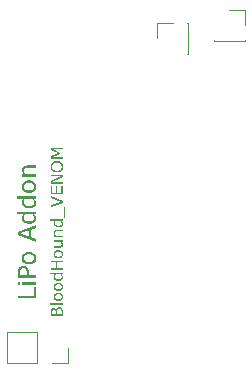
<source format=gto>
G04 #@! TF.GenerationSoftware,KiCad,Pcbnew,9.0.6*
G04 #@! TF.CreationDate,2025-12-20T18:09:35+05:30*
G04 #@! TF.ProjectId,BloodHound_VENOM_LiPo,426c6f6f-6448-46f7-956e-645f56454e4f,1*
G04 #@! TF.SameCoordinates,Original*
G04 #@! TF.FileFunction,Legend,Top*
G04 #@! TF.FilePolarity,Positive*
%FSLAX46Y46*%
G04 Gerber Fmt 4.6, Leading zero omitted, Abs format (unit mm)*
G04 Created by KiCad (PCBNEW 9.0.6) date 2025-12-20 18:09:35*
%MOMM*%
%LPD*%
G01*
G04 APERTURE LIST*
%ADD10C,0.150000*%
%ADD11C,0.120000*%
%ADD12R,1.700000X1.700000*%
%ADD13C,2.200000*%
%ADD14O,1.700000X1.700000*%
%ADD15C,0.900000*%
G04 APERTURE END LIST*
D10*
G36*
X134622500Y-91139636D02*
G01*
X134622500Y-92104823D01*
X133098424Y-92104823D01*
X133098424Y-91901948D01*
X134440783Y-91901948D01*
X134440783Y-91139636D01*
X134622500Y-91139636D01*
G37*
G36*
X133286003Y-90745245D02*
G01*
X133286003Y-90962499D01*
X133086700Y-90962499D01*
X133086700Y-90745245D01*
X133286003Y-90745245D01*
G37*
G36*
X134622500Y-90757610D02*
G01*
X134622500Y-90950226D01*
X133479443Y-90950226D01*
X133479443Y-90757610D01*
X134622500Y-90757610D01*
G37*
G36*
X133657280Y-89371967D02*
G01*
X133746523Y-89398307D01*
X133827522Y-89440924D01*
X133896366Y-89497133D01*
X133944382Y-89552792D01*
X133983672Y-89614745D01*
X134014518Y-89683704D01*
X134035300Y-89756480D01*
X134048945Y-89845953D01*
X134053902Y-89955180D01*
X134053902Y-90158055D01*
X134622500Y-90158055D01*
X134622500Y-90360929D01*
X133098424Y-90360929D01*
X133098424Y-89957195D01*
X133274279Y-89957195D01*
X133274279Y-90158055D01*
X133878047Y-90158055D01*
X133878047Y-89986962D01*
X133871957Y-89869825D01*
X133856249Y-89787111D01*
X133827255Y-89716154D01*
X133786731Y-89662089D01*
X133735602Y-89620208D01*
X133684241Y-89593945D01*
X133628344Y-89579165D01*
X133563524Y-89573978D01*
X133488704Y-89581246D01*
X133427511Y-89601639D01*
X133375245Y-89636234D01*
X133333172Y-89685628D01*
X133306408Y-89737604D01*
X133288018Y-89797918D01*
X133278085Y-89865076D01*
X133274279Y-89957195D01*
X133098424Y-89957195D01*
X133098424Y-89947029D01*
X133104722Y-89814992D01*
X133121505Y-89714387D01*
X133151463Y-89623455D01*
X133193587Y-89545310D01*
X133236117Y-89491084D01*
X133284394Y-89446439D01*
X133338851Y-89410580D01*
X133398656Y-89385148D01*
X133471084Y-89368819D01*
X133558761Y-89362952D01*
X133657280Y-89371967D01*
G37*
G36*
X134190503Y-88196040D02*
G01*
X134307710Y-88224280D01*
X134406833Y-88268901D01*
X134490792Y-88329439D01*
X134560619Y-88406383D01*
X134610382Y-88494439D01*
X134641074Y-88595809D01*
X134651809Y-88713663D01*
X134641032Y-88832657D01*
X134610273Y-88934622D01*
X134560501Y-89022824D01*
X134490792Y-89099537D01*
X134406868Y-89159822D01*
X134307757Y-89204276D01*
X134190538Y-89232419D01*
X134051521Y-89242419D01*
X133912519Y-89232427D01*
X133795195Y-89204295D01*
X133695889Y-89159841D01*
X133611700Y-89099537D01*
X133541728Y-89022790D01*
X133491791Y-88934575D01*
X133460941Y-88832622D01*
X133450134Y-88713663D01*
X133620127Y-88713663D01*
X133627301Y-88790385D01*
X133647662Y-88855079D01*
X133680491Y-88910120D01*
X133726464Y-88957112D01*
X133781008Y-88992189D01*
X133850911Y-89019256D01*
X133939683Y-89037115D01*
X134051521Y-89043666D01*
X134159161Y-89037208D01*
X134246246Y-89019442D01*
X134316350Y-88992221D01*
X134372456Y-88956563D01*
X134419955Y-88909157D01*
X134453685Y-88854027D01*
X134474504Y-88789638D01*
X134481816Y-88713663D01*
X134474603Y-88638760D01*
X134454019Y-88574940D01*
X134420597Y-88519981D01*
X134373463Y-88472413D01*
X134317826Y-88436613D01*
X134247813Y-88409219D01*
X134160296Y-88391292D01*
X134051521Y-88384760D01*
X133939725Y-88391347D01*
X133850966Y-88409309D01*
X133781046Y-88436544D01*
X133726464Y-88471863D01*
X133680370Y-88519082D01*
X133647549Y-88573979D01*
X133627256Y-88638082D01*
X133620127Y-88713663D01*
X133450134Y-88713663D01*
X133460898Y-88595843D01*
X133491681Y-88494486D01*
X133541610Y-88406418D01*
X133611700Y-88329439D01*
X133695923Y-88268882D01*
X133795243Y-88224261D01*
X133912554Y-88196032D01*
X134051521Y-88186007D01*
X134190503Y-88196040D01*
G37*
G36*
X134622500Y-86148747D02*
G01*
X134200448Y-86298315D01*
X134200448Y-86958229D01*
X134622500Y-87107797D01*
X134622500Y-87313786D01*
X133098424Y-86758377D01*
X133098424Y-86628318D01*
X133275470Y-86628318D01*
X134024593Y-86896771D01*
X134024593Y-86360872D01*
X133275470Y-86628318D01*
X133098424Y-86628318D01*
X133098424Y-86487909D01*
X134622500Y-85932501D01*
X134622500Y-86148747D01*
G37*
G36*
X134622500Y-84980503D02*
G01*
X134500958Y-84980503D01*
X134565119Y-85066405D01*
X134612058Y-85153702D01*
X134641703Y-85246853D01*
X134651809Y-85349340D01*
X134641597Y-85448427D01*
X134612212Y-85533958D01*
X134563930Y-85608807D01*
X134494913Y-85674763D01*
X134414381Y-85724707D01*
X134317244Y-85762286D01*
X134200292Y-85786446D01*
X134059672Y-85795114D01*
X133963789Y-85790203D01*
X133878238Y-85776122D01*
X133801752Y-85753623D01*
X133695564Y-85703965D01*
X133609136Y-85641424D01*
X133540624Y-85565691D01*
X133490892Y-85479033D01*
X133460275Y-85384375D01*
X133450134Y-85286875D01*
X133452009Y-85254086D01*
X133625989Y-85254086D01*
X133633513Y-85333103D01*
X133654915Y-85399971D01*
X133689533Y-85457114D01*
X133738188Y-85506144D01*
X133795884Y-85543437D01*
X133866317Y-85571569D01*
X133952053Y-85589728D01*
X134056192Y-85596270D01*
X134190413Y-85587133D01*
X134290712Y-85562806D01*
X134364579Y-85526661D01*
X134409809Y-85487621D01*
X134442295Y-85438911D01*
X134462749Y-85378515D01*
X134470092Y-85303270D01*
X134461289Y-85221909D01*
X134433913Y-85137307D01*
X134392550Y-85056164D01*
X134340582Y-84980503D01*
X133687172Y-84980503D01*
X133656886Y-85057072D01*
X133639269Y-85119905D01*
X133629433Y-85182936D01*
X133625989Y-85254086D01*
X133452009Y-85254086D01*
X133455126Y-85199562D01*
X133469002Y-85127049D01*
X133492406Y-85057277D01*
X133527620Y-84980503D01*
X133028082Y-84980503D01*
X133028082Y-84787795D01*
X134622500Y-84787795D01*
X134622500Y-84980503D01*
G37*
G36*
X134622500Y-83673315D02*
G01*
X134500958Y-83673315D01*
X134565119Y-83759217D01*
X134612058Y-83846514D01*
X134641703Y-83939666D01*
X134651809Y-84042153D01*
X134641597Y-84141239D01*
X134612212Y-84226770D01*
X134563930Y-84301619D01*
X134494913Y-84367576D01*
X134414381Y-84417520D01*
X134317244Y-84455098D01*
X134200292Y-84479258D01*
X134059672Y-84487926D01*
X133963789Y-84483016D01*
X133878238Y-84468934D01*
X133801752Y-84446436D01*
X133695564Y-84396778D01*
X133609136Y-84334237D01*
X133540624Y-84258503D01*
X133490892Y-84171846D01*
X133460275Y-84077187D01*
X133450134Y-83979687D01*
X133452009Y-83946898D01*
X133625989Y-83946898D01*
X133633513Y-84025915D01*
X133654915Y-84092783D01*
X133689533Y-84149926D01*
X133738188Y-84198957D01*
X133795884Y-84236249D01*
X133866317Y-84264382D01*
X133952053Y-84282540D01*
X134056192Y-84289082D01*
X134190413Y-84279945D01*
X134290712Y-84255619D01*
X134364579Y-84219473D01*
X134409809Y-84180434D01*
X134442295Y-84131724D01*
X134462749Y-84071327D01*
X134470092Y-83996082D01*
X134461289Y-83914721D01*
X134433913Y-83830119D01*
X134392550Y-83748976D01*
X134340582Y-83673315D01*
X133687172Y-83673315D01*
X133656886Y-83749884D01*
X133639269Y-83812717D01*
X133629433Y-83875748D01*
X133625989Y-83946898D01*
X133452009Y-83946898D01*
X133455126Y-83892375D01*
X133469002Y-83819861D01*
X133492406Y-83750089D01*
X133527620Y-83673315D01*
X133028082Y-83673315D01*
X133028082Y-83480608D01*
X134622500Y-83480608D01*
X134622500Y-83673315D01*
G37*
G36*
X134190503Y-82136375D02*
G01*
X134307710Y-82164615D01*
X134406833Y-82209236D01*
X134490792Y-82269774D01*
X134560619Y-82346718D01*
X134610382Y-82434774D01*
X134641074Y-82536144D01*
X134651809Y-82653998D01*
X134641032Y-82772992D01*
X134610273Y-82874957D01*
X134560501Y-82963159D01*
X134490792Y-83039872D01*
X134406868Y-83100157D01*
X134307757Y-83144611D01*
X134190538Y-83172754D01*
X134051521Y-83182754D01*
X133912519Y-83172762D01*
X133795195Y-83144630D01*
X133695889Y-83100176D01*
X133611700Y-83039872D01*
X133541728Y-82963125D01*
X133491791Y-82874910D01*
X133460941Y-82772957D01*
X133450134Y-82653998D01*
X133620127Y-82653998D01*
X133627301Y-82730720D01*
X133647662Y-82795414D01*
X133680491Y-82850455D01*
X133726464Y-82897447D01*
X133781008Y-82932524D01*
X133850911Y-82959591D01*
X133939683Y-82977450D01*
X134051521Y-82984001D01*
X134159161Y-82977543D01*
X134246246Y-82959777D01*
X134316350Y-82932556D01*
X134372456Y-82896898D01*
X134419955Y-82849492D01*
X134453685Y-82794362D01*
X134474504Y-82729973D01*
X134481816Y-82653998D01*
X134474603Y-82579095D01*
X134454019Y-82515275D01*
X134420597Y-82460316D01*
X134373463Y-82412747D01*
X134317826Y-82376948D01*
X134247813Y-82349554D01*
X134160296Y-82331627D01*
X134051521Y-82325095D01*
X133939725Y-82331682D01*
X133850966Y-82349644D01*
X133781046Y-82376879D01*
X133726464Y-82412198D01*
X133680370Y-82459417D01*
X133647549Y-82514314D01*
X133627256Y-82578417D01*
X133620127Y-82653998D01*
X133450134Y-82653998D01*
X133460898Y-82536178D01*
X133491681Y-82434821D01*
X133541610Y-82346753D01*
X133611700Y-82269774D01*
X133695923Y-82209217D01*
X133795243Y-82164596D01*
X133912554Y-82136367D01*
X134051521Y-82126342D01*
X134190503Y-82136375D01*
G37*
G36*
X134622500Y-80871270D02*
G01*
X134622500Y-81063886D01*
X133972295Y-81063886D01*
X133824558Y-81073137D01*
X133760187Y-81087097D01*
X133716664Y-81106934D01*
X133679474Y-81137978D01*
X133652825Y-81180756D01*
X133637634Y-81232910D01*
X133631851Y-81305686D01*
X133641128Y-81384570D01*
X133670685Y-81470733D01*
X133714601Y-81554521D01*
X133769878Y-81635689D01*
X134622500Y-81635689D01*
X134622500Y-81828305D01*
X133479443Y-81828305D01*
X133479443Y-81635689D01*
X133608403Y-81635689D01*
X133541243Y-81542709D01*
X133491991Y-81449209D01*
X133460508Y-81351170D01*
X133450134Y-81251464D01*
X133457899Y-81159659D01*
X133479669Y-81083808D01*
X133514160Y-81020866D01*
X133561509Y-80968631D01*
X133619251Y-80928233D01*
X133690026Y-80897883D01*
X133776525Y-80878322D01*
X133882077Y-80871270D01*
X134622500Y-80871270D01*
G37*
G36*
X136653298Y-92856063D02*
G01*
X136697453Y-92865756D01*
X136736946Y-92881392D01*
X136789915Y-92915284D01*
X136832079Y-92958573D01*
X136870589Y-93018952D01*
X136896010Y-93084602D01*
X136909740Y-93157987D01*
X136915000Y-93259114D01*
X136915000Y-93619800D01*
X135898949Y-93619800D01*
X135898949Y-93323350D01*
X136016186Y-93323350D01*
X136016186Y-93484550D01*
X136309277Y-93484550D01*
X136309277Y-93309672D01*
X136308134Y-93272120D01*
X136426514Y-93272120D01*
X136426514Y-93484550D01*
X136797763Y-93484550D01*
X136797763Y-93305581D01*
X136795244Y-93220793D01*
X136788726Y-93160135D01*
X136775321Y-93106882D01*
X136755570Y-93067200D01*
X136726839Y-93033390D01*
X136695914Y-93011208D01*
X136659400Y-92998274D01*
X136609452Y-92993439D01*
X136552759Y-92998562D01*
X136513647Y-93011879D01*
X136482003Y-93036509D01*
X136453319Y-93078802D01*
X136439867Y-93113845D01*
X136431582Y-93158425D01*
X136426514Y-93272120D01*
X136308134Y-93272120D01*
X136307442Y-93249407D01*
X136302805Y-93208617D01*
X136292833Y-93172368D01*
X136275877Y-93138885D01*
X136252165Y-93111229D01*
X136223060Y-93093456D01*
X136188861Y-93083677D01*
X136146367Y-93080145D01*
X136111372Y-93083447D01*
X136084330Y-93092479D01*
X136061802Y-93108224D01*
X136043480Y-93132047D01*
X136028867Y-93166516D01*
X136020643Y-93209960D01*
X136016186Y-93323350D01*
X135898949Y-93323350D01*
X135898949Y-93318587D01*
X135901374Y-93214265D01*
X135907192Y-93151891D01*
X135919798Y-93097867D01*
X135941386Y-93046012D01*
X135963669Y-93011063D01*
X135988839Y-92984356D01*
X136017041Y-92964740D01*
X136066404Y-92946104D01*
X136127622Y-92939461D01*
X136174826Y-92943788D01*
X136215630Y-92956187D01*
X136251270Y-92976342D01*
X136296923Y-93018807D01*
X136333824Y-93074711D01*
X136339258Y-93074711D01*
X136359336Y-93009134D01*
X136389375Y-92955626D01*
X136429323Y-92912167D01*
X136478279Y-92879658D01*
X136535642Y-92859697D01*
X136603651Y-92852694D01*
X136653298Y-92856063D01*
G37*
G36*
X136915000Y-92540918D02*
G01*
X136915000Y-92669329D01*
X135852055Y-92669329D01*
X135852055Y-92540918D01*
X136915000Y-92540918D01*
G37*
G36*
X136627002Y-91643114D02*
G01*
X136705140Y-91661941D01*
X136771222Y-91691688D01*
X136827194Y-91732047D01*
X136873746Y-91783343D01*
X136906921Y-91842047D01*
X136927383Y-91909627D01*
X136934539Y-91988196D01*
X136927354Y-92067525D01*
X136906848Y-92135502D01*
X136873667Y-92194304D01*
X136827194Y-92245445D01*
X136771245Y-92285636D01*
X136705171Y-92315271D01*
X136627025Y-92334033D01*
X136534347Y-92340700D01*
X136441679Y-92334039D01*
X136363463Y-92315284D01*
X136297259Y-92285648D01*
X136241133Y-92245445D01*
X136194485Y-92194280D01*
X136161194Y-92135471D01*
X136140627Y-92067502D01*
X136133422Y-91988196D01*
X136246751Y-91988196D01*
X136251534Y-92039344D01*
X136265108Y-92082473D01*
X136286994Y-92119167D01*
X136317643Y-92150496D01*
X136354005Y-92173880D01*
X136400607Y-92191925D01*
X136459789Y-92203831D01*
X136534347Y-92208198D01*
X136606107Y-92203893D01*
X136664164Y-92192049D01*
X136710900Y-92173901D01*
X136748304Y-92150129D01*
X136779970Y-92118526D01*
X136802456Y-92081772D01*
X136816336Y-92038846D01*
X136821210Y-91988196D01*
X136816402Y-91938261D01*
X136802679Y-91895714D01*
X136780398Y-91859075D01*
X136748975Y-91827362D01*
X136711884Y-91803496D01*
X136665209Y-91785234D01*
X136606864Y-91773282D01*
X136534347Y-91768927D01*
X136459817Y-91773319D01*
X136400644Y-91785293D01*
X136354031Y-91803450D01*
X136317643Y-91826996D01*
X136286913Y-91858475D01*
X136265032Y-91895074D01*
X136251504Y-91937809D01*
X136246751Y-91988196D01*
X136133422Y-91988196D01*
X136140599Y-91909650D01*
X136161121Y-91842078D01*
X136194407Y-91783366D01*
X136241133Y-91732047D01*
X136297282Y-91691676D01*
X136363495Y-91661928D01*
X136441702Y-91643109D01*
X136534347Y-91636426D01*
X136627002Y-91643114D01*
G37*
G36*
X136627002Y-90794126D02*
G01*
X136705140Y-90812953D01*
X136771222Y-90842700D01*
X136827194Y-90883059D01*
X136873746Y-90934355D01*
X136906921Y-90993059D01*
X136927383Y-91060639D01*
X136934539Y-91139208D01*
X136927354Y-91218537D01*
X136906848Y-91286514D01*
X136873667Y-91345315D01*
X136827194Y-91396457D01*
X136771245Y-91436647D01*
X136705171Y-91466283D01*
X136627025Y-91485045D01*
X136534347Y-91491712D01*
X136441679Y-91485051D01*
X136363463Y-91466296D01*
X136297259Y-91436660D01*
X136241133Y-91396457D01*
X136194485Y-91345292D01*
X136161194Y-91286483D01*
X136140627Y-91218514D01*
X136133422Y-91139208D01*
X136246751Y-91139208D01*
X136251534Y-91190356D01*
X136265108Y-91233485D01*
X136286994Y-91270179D01*
X136317643Y-91301508D01*
X136354005Y-91324892D01*
X136400607Y-91342937D01*
X136459789Y-91354843D01*
X136534347Y-91359210D01*
X136606107Y-91354905D01*
X136664164Y-91343061D01*
X136710900Y-91324913D01*
X136748304Y-91301141D01*
X136779970Y-91269537D01*
X136802456Y-91232784D01*
X136816336Y-91189858D01*
X136821210Y-91139208D01*
X136816402Y-91089273D01*
X136802679Y-91046726D01*
X136780398Y-91010086D01*
X136748975Y-90978374D01*
X136711884Y-90954508D01*
X136665209Y-90936246D01*
X136606864Y-90924294D01*
X136534347Y-90919939D01*
X136459817Y-90924331D01*
X136400644Y-90936305D01*
X136354031Y-90954462D01*
X136317643Y-90978008D01*
X136286913Y-91009487D01*
X136265032Y-91046086D01*
X136251504Y-91088821D01*
X136246751Y-91139208D01*
X136133422Y-91139208D01*
X136140599Y-91060662D01*
X136161121Y-90993090D01*
X136194407Y-90934378D01*
X136241133Y-90883059D01*
X136297282Y-90842687D01*
X136363495Y-90812940D01*
X136441702Y-90794120D01*
X136534347Y-90787437D01*
X136627002Y-90794126D01*
G37*
G36*
X136915000Y-90098306D02*
G01*
X136833972Y-90098306D01*
X136876746Y-90155574D01*
X136908039Y-90213772D01*
X136927802Y-90275873D01*
X136934539Y-90344198D01*
X136927731Y-90410256D01*
X136908141Y-90467276D01*
X136875953Y-90517175D01*
X136829942Y-90561146D01*
X136776254Y-90594442D01*
X136711496Y-90619495D01*
X136633528Y-90635601D01*
X136539781Y-90641380D01*
X136475859Y-90638106D01*
X136418825Y-90628719D01*
X136367834Y-90613720D01*
X136297043Y-90580614D01*
X136239424Y-90538920D01*
X136193749Y-90488431D01*
X136160594Y-90430660D01*
X136140183Y-90367554D01*
X136133422Y-90302554D01*
X136134672Y-90280695D01*
X136250659Y-90280695D01*
X136255675Y-90333373D01*
X136269943Y-90377951D01*
X136293022Y-90416047D01*
X136325458Y-90448734D01*
X136363922Y-90473595D01*
X136410878Y-90492351D01*
X136468035Y-90504456D01*
X136537461Y-90508817D01*
X136626942Y-90502726D01*
X136693808Y-90486508D01*
X136743053Y-90462411D01*
X136773206Y-90436385D01*
X136794863Y-90403912D01*
X136808499Y-90363648D01*
X136813394Y-90313484D01*
X136807526Y-90259243D01*
X136789275Y-90202842D01*
X136761700Y-90148747D01*
X136727055Y-90098306D01*
X136291448Y-90098306D01*
X136271257Y-90149352D01*
X136259513Y-90191241D01*
X136252955Y-90233262D01*
X136250659Y-90280695D01*
X136134672Y-90280695D01*
X136136750Y-90244346D01*
X136146001Y-90196003D01*
X136161604Y-90149489D01*
X136185080Y-90098306D01*
X135852055Y-90098306D01*
X135852055Y-89969835D01*
X136915000Y-89969835D01*
X136915000Y-90098306D01*
G37*
G36*
X136915000Y-88928994D02*
G01*
X136915000Y-89064243D01*
X136418698Y-89064243D01*
X136418698Y-89571780D01*
X136915000Y-89571780D01*
X136915000Y-89707029D01*
X135898949Y-89707029D01*
X135898949Y-89571780D01*
X136297554Y-89571780D01*
X136297554Y-89064243D01*
X135898949Y-89064243D01*
X135898949Y-88928994D01*
X136915000Y-88928994D01*
G37*
G36*
X136627002Y-88022458D02*
G01*
X136705140Y-88041285D01*
X136771222Y-88071032D01*
X136827194Y-88111391D01*
X136873746Y-88162687D01*
X136906921Y-88221391D01*
X136927383Y-88288971D01*
X136934539Y-88367540D01*
X136927354Y-88446869D01*
X136906848Y-88514846D01*
X136873667Y-88573648D01*
X136827194Y-88624789D01*
X136771245Y-88664980D01*
X136705171Y-88694615D01*
X136627025Y-88713377D01*
X136534347Y-88720044D01*
X136441679Y-88713383D01*
X136363463Y-88694628D01*
X136297259Y-88664992D01*
X136241133Y-88624789D01*
X136194485Y-88573625D01*
X136161194Y-88514815D01*
X136140627Y-88446846D01*
X136133422Y-88367540D01*
X136246751Y-88367540D01*
X136251534Y-88418688D01*
X136265108Y-88461817D01*
X136286994Y-88498511D01*
X136317643Y-88529840D01*
X136354005Y-88553224D01*
X136400607Y-88571269D01*
X136459789Y-88583175D01*
X136534347Y-88587542D01*
X136606107Y-88583237D01*
X136664164Y-88571393D01*
X136710900Y-88553245D01*
X136748304Y-88529473D01*
X136779970Y-88497870D01*
X136802456Y-88461116D01*
X136816336Y-88418190D01*
X136821210Y-88367540D01*
X136816402Y-88317605D01*
X136802679Y-88275058D01*
X136780398Y-88238419D01*
X136748975Y-88206706D01*
X136711884Y-88182840D01*
X136665209Y-88164578D01*
X136606864Y-88152626D01*
X136534347Y-88148271D01*
X136459817Y-88152663D01*
X136400644Y-88164637D01*
X136354031Y-88182794D01*
X136317643Y-88206340D01*
X136286913Y-88237819D01*
X136265032Y-88274418D01*
X136251504Y-88317153D01*
X136246751Y-88367540D01*
X136133422Y-88367540D01*
X136140599Y-88288994D01*
X136161121Y-88221422D01*
X136194407Y-88162710D01*
X136241133Y-88111391D01*
X136297282Y-88071020D01*
X136363495Y-88041272D01*
X136441702Y-88022453D01*
X136534347Y-88015770D01*
X136627002Y-88022458D01*
G37*
G36*
X136915000Y-87184550D02*
G01*
X136915000Y-87312961D01*
X136829026Y-87312961D01*
X136875313Y-87378398D01*
X136907306Y-87437280D01*
X136927574Y-87499025D01*
X136934539Y-87568439D01*
X136929512Y-87627816D01*
X136915315Y-87677713D01*
X136892659Y-87719897D01*
X136861388Y-87755651D01*
X136823244Y-87783384D01*
X136776083Y-87804235D01*
X136717990Y-87817704D01*
X136646577Y-87822574D01*
X136152962Y-87822574D01*
X136152962Y-87694163D01*
X136586432Y-87694163D01*
X136685594Y-87688728D01*
X136724690Y-87679880D01*
X136756120Y-87665464D01*
X136782287Y-87644037D01*
X136799778Y-87617654D01*
X136809475Y-87584696D01*
X136813394Y-87532230D01*
X136807344Y-87481888D01*
X136787505Y-87423298D01*
X136758065Y-87366223D01*
X136721376Y-87312961D01*
X136152962Y-87312961D01*
X136152962Y-87184550D01*
X136915000Y-87184550D01*
G37*
G36*
X136915000Y-86293919D02*
G01*
X136915000Y-86422329D01*
X136481530Y-86422329D01*
X136383039Y-86428496D01*
X136340124Y-86437803D01*
X136311109Y-86451028D01*
X136286316Y-86471724D01*
X136268550Y-86500243D01*
X136258423Y-86535012D01*
X136254567Y-86583530D01*
X136260752Y-86636119D01*
X136280457Y-86693561D01*
X136309734Y-86749419D01*
X136346585Y-86803531D01*
X136915000Y-86803531D01*
X136915000Y-86931942D01*
X136152962Y-86931942D01*
X136152962Y-86803531D01*
X136238935Y-86803531D01*
X136194162Y-86741545D01*
X136161327Y-86679212D01*
X136140339Y-86613852D01*
X136133422Y-86547382D01*
X136138599Y-86486178D01*
X136153112Y-86435611D01*
X136176106Y-86393650D01*
X136207672Y-86358826D01*
X136246167Y-86331894D01*
X136293350Y-86311661D01*
X136351017Y-86298620D01*
X136421385Y-86293919D01*
X136915000Y-86293919D01*
G37*
G36*
X136915000Y-85556366D02*
G01*
X136833972Y-85556366D01*
X136876746Y-85613634D01*
X136908039Y-85671832D01*
X136927802Y-85733933D01*
X136934539Y-85802258D01*
X136927731Y-85868316D01*
X136908141Y-85925336D01*
X136875953Y-85975235D01*
X136829942Y-86019206D01*
X136776254Y-86052502D01*
X136711496Y-86077555D01*
X136633528Y-86093661D01*
X136539781Y-86099440D01*
X136475859Y-86096166D01*
X136418825Y-86086779D01*
X136367834Y-86071780D01*
X136297043Y-86038674D01*
X136239424Y-85996980D01*
X136193749Y-85946491D01*
X136160594Y-85888720D01*
X136140183Y-85825614D01*
X136133422Y-85760614D01*
X136134672Y-85738755D01*
X136250659Y-85738755D01*
X136255675Y-85791433D01*
X136269943Y-85836011D01*
X136293022Y-85874107D01*
X136325458Y-85906794D01*
X136363922Y-85931655D01*
X136410878Y-85950411D01*
X136468035Y-85962516D01*
X136537461Y-85966877D01*
X136626942Y-85960786D01*
X136693808Y-85944568D01*
X136743053Y-85920471D01*
X136773206Y-85894445D01*
X136794863Y-85861972D01*
X136808499Y-85821708D01*
X136813394Y-85771544D01*
X136807526Y-85717303D01*
X136789275Y-85660902D01*
X136761700Y-85606807D01*
X136727055Y-85556366D01*
X136291448Y-85556366D01*
X136271257Y-85607412D01*
X136259513Y-85649301D01*
X136252955Y-85691322D01*
X136250659Y-85738755D01*
X136134672Y-85738755D01*
X136136750Y-85702406D01*
X136146001Y-85654063D01*
X136161604Y-85607549D01*
X136185080Y-85556366D01*
X135852055Y-85556366D01*
X135852055Y-85427895D01*
X136915000Y-85427895D01*
X136915000Y-85556366D01*
G37*
G36*
X137118210Y-84409585D02*
G01*
X137118210Y-85304491D01*
X137036144Y-85304491D01*
X137036144Y-84409585D01*
X137118210Y-84409585D01*
G37*
G36*
X135898949Y-83473097D02*
G01*
X136915000Y-83843369D01*
X136915000Y-84023681D01*
X135898949Y-84393954D01*
X135898949Y-84249117D01*
X136792878Y-83930136D01*
X135898949Y-83611094D01*
X135898949Y-83473097D01*
G37*
G36*
X136915000Y-82648533D02*
G01*
X136915000Y-83318613D01*
X135898949Y-83318613D01*
X135898949Y-82648533D01*
X136020094Y-82648533D01*
X136020094Y-83183364D01*
X136297554Y-83183364D01*
X136297554Y-82648533D01*
X136418698Y-82648533D01*
X136418698Y-83183364D01*
X136793855Y-83183364D01*
X136793855Y-82648533D01*
X136915000Y-82648533D01*
G37*
G36*
X136915000Y-81657457D02*
G01*
X136915000Y-81824824D01*
X136006111Y-82307143D01*
X136915000Y-82307143D01*
X136915000Y-82433477D01*
X135898949Y-82433477D01*
X135898949Y-82223795D01*
X136728703Y-81783852D01*
X135898949Y-81783852D01*
X135898949Y-81657457D01*
X136915000Y-81657457D01*
G37*
G36*
X136490303Y-80504475D02*
G01*
X136564688Y-80515954D01*
X136631495Y-80534306D01*
X136695401Y-80560627D01*
X136750011Y-80592205D01*
X136796420Y-80628889D01*
X136838582Y-80673459D01*
X136872930Y-80722809D01*
X136899856Y-80777450D01*
X136918696Y-80835578D01*
X136930447Y-80900491D01*
X136934539Y-80973210D01*
X136930437Y-81044002D01*
X136918524Y-81108747D01*
X136899185Y-81168238D01*
X136871787Y-81224227D01*
X136837612Y-81273758D01*
X136796420Y-81317471D01*
X136749106Y-81354651D01*
X136694323Y-81386229D01*
X136631128Y-81412115D01*
X136565036Y-81430023D01*
X136490802Y-81441276D01*
X136407341Y-81445210D01*
X136325245Y-81441337D01*
X136251517Y-81430212D01*
X136185202Y-81412420D01*
X136121780Y-81386727D01*
X136065935Y-81354846D01*
X136016857Y-81316799D01*
X135976217Y-81273891D01*
X135942262Y-81224385D01*
X135914825Y-81167505D01*
X135895366Y-81107156D01*
X135883474Y-81042612D01*
X135879410Y-80973210D01*
X135879449Y-80972539D01*
X135996646Y-80972539D01*
X136003792Y-81048250D01*
X136024163Y-81112710D01*
X136057165Y-81168144D01*
X136103564Y-81216049D01*
X136158749Y-81252730D01*
X136226052Y-81280332D01*
X136307921Y-81298121D01*
X136407341Y-81304526D01*
X136507817Y-81297972D01*
X136590034Y-81279814D01*
X136657162Y-81251704D01*
X136711789Y-81214400D01*
X136757734Y-81165753D01*
X136790306Y-81110249D01*
X136810317Y-81046520D01*
X136817302Y-80972539D01*
X136810312Y-80898554D01*
X136790293Y-80834894D01*
X136757723Y-80779516D01*
X136711789Y-80731044D01*
X136657182Y-80693877D01*
X136590062Y-80665860D01*
X136507839Y-80647758D01*
X136407341Y-80641223D01*
X136307946Y-80647651D01*
X136226085Y-80665506D01*
X136158773Y-80693221D01*
X136103564Y-80730067D01*
X136057087Y-80778123D01*
X136024090Y-80833468D01*
X136003764Y-80897553D01*
X135996646Y-80972539D01*
X135879449Y-80972539D01*
X135883589Y-80901036D01*
X135895659Y-80835887D01*
X135915130Y-80776839D01*
X135942601Y-80721177D01*
X135976445Y-80672075D01*
X136016857Y-80628889D01*
X136064651Y-80591324D01*
X136119903Y-80559545D01*
X136183553Y-80533634D01*
X136250089Y-80515662D01*
X136324347Y-80504403D01*
X136407341Y-80500478D01*
X136490303Y-80504475D01*
G37*
G36*
X136915000Y-79380320D02*
G01*
X136915000Y-79515569D01*
X136039206Y-79515569D01*
X136633632Y-79798402D01*
X136633632Y-79879002D01*
X136039206Y-80159760D01*
X136915000Y-80159760D01*
X136915000Y-80286094D01*
X135898949Y-80286094D01*
X135898949Y-80101691D01*
X136463394Y-79830459D01*
X135898949Y-79568142D01*
X135898949Y-79380320D01*
X136915000Y-79380320D01*
G37*
D11*
X149670000Y-70210000D02*
X149670000Y-70330000D01*
X149670000Y-70330000D02*
X152330000Y-70330000D01*
X151000000Y-67670000D02*
X152330000Y-67670000D01*
X152330000Y-67670000D02*
X152330000Y-69000000D01*
X152330000Y-70210000D02*
X152330000Y-70330000D01*
X134755000Y-94970000D02*
X132155000Y-94970000D01*
X134755000Y-94970000D02*
X134755000Y-97630000D01*
X132155000Y-94970000D02*
X132155000Y-97630000D01*
X137355000Y-96300000D02*
X137355000Y-97630000D01*
X137355000Y-97630000D02*
X136025000Y-97630000D01*
X134755000Y-97630000D02*
X132155000Y-97630000D01*
X147410000Y-71430000D02*
X147530000Y-71430000D01*
X147530000Y-71430000D02*
X147530000Y-68770000D01*
X144870000Y-70100000D02*
X144870000Y-68770000D01*
X144870000Y-68770000D02*
X146200000Y-68770000D01*
X147410000Y-68770000D02*
X147530000Y-68770000D01*
%LPC*%
D12*
X151000000Y-69000000D03*
D13*
X132000000Y-123850000D03*
X172300000Y-123850000D03*
D12*
X136025000Y-96300000D03*
D14*
X133485000Y-96300000D03*
D13*
X172300000Y-68900000D03*
D12*
X146200000Y-70100000D03*
D13*
X132000000Y-68900000D03*
D15*
X139150000Y-68070000D03*
X142150000Y-68070000D03*
%LPD*%
M02*

</source>
